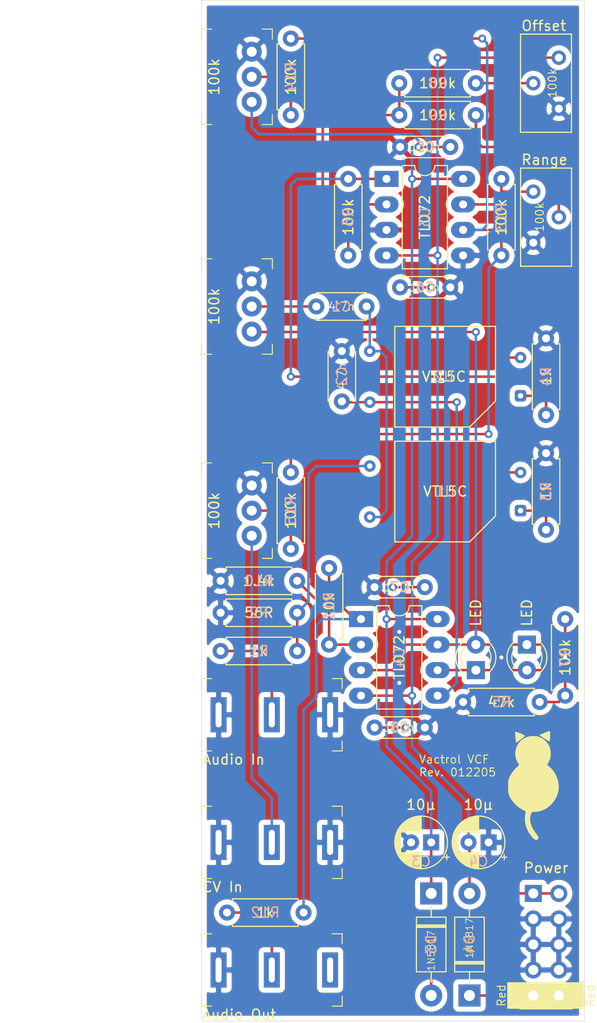
<source format=kicad_pcb>
(kicad_pcb (version 20171130) (host pcbnew "(5.1.10)-1")
  (layers (0 F.Cu signal) (31 B.Cu signal) (34 B.Paste user) (35 F.Paste user) (36 B.SilkS user) (37 F.SilkS user) (38 B.Mask user) (39 F.Mask user) (44 Edge.Cuts user))
  (net 0 "")
  (net 1 "Net-(C1-Pad2)")
  (net 2 "Net-(C1-Pad1)")
  (net 3 "Net-(C2-Pad2)")
  (net 4 GND)
  (net 5 +12V)
  (net 6 -12V)
  (net 7 "Net-(D1-Pad2)")
  (net 8 "Net-(D1-Pad1)")
  (net 9 "Net-(D3-Pad2)")
  (net 10 "Net-(D4-Pad1)")
  (net 11 "Net-(J1-PadT)")
  (net 12 "Net-(J2-PadT)")
  (net 13 "Net-(J4-PadT)")
  (net 14 "Net-(P2-PadW)")
  (net 15 "Net-(P3-PadW)")
  (net 16 "Net-(R1-Pad1)")
  (net 17 "Net-(R3-Pad2)")
  (net 18 "Net-(R4-Pad2)")
  (net 19 "Net-(R6-Pad2)")
  (net 20 "Net-(R6-Pad1)")
  (net 21 "Net-(R8-Pad1)")
  (net 22 "Net-(R9-Pad1)")
  (net 23 "Net-(R10-Pad2)")
  (net 24 "Net-(R11-Pad1)")
  (net 25 "Net-(R13-Pad2)")
  (net 26 "Net-(R13-Pad1)")
  (module "CATs_Eurosynth_Specials:CATs Tiny" (layer F.Cu) (at 33.02 78.105)
    (fp_text reference G*** hide)
    (fp_text value LOGO hide)
  )
  (module Package_DIP:DIP-8_W7.62mm_LongPads (layer F.Cu) (at 15.875 61.595)
    (fp_text reference U4 (at 3.81 3.81 90) (layer B.SilkS) (effects (justify mirror)))
    (fp_text value TL072 (at 3.81 3.81 90) (layer F.SilkS))
    (pad 8 thru_hole oval (at 7.62 0) (size 2.4 1.6) (drill 0.8) (layers *.Cu *.Mask) (net 5 +12V))
    (pad 4 thru_hole oval (at 0 7.62) (size 2.4 1.6) (drill 0.8) (layers *.Cu *.Mask) (net 6 -12V))
    (pad 7 thru_hole oval (at 7.62 2.54) (size 2.4 1.6) (drill 0.8) (layers *.Cu *.Mask) (net 7 "Net-(D1-Pad2)"))
    (pad 3 thru_hole oval (at 0 5.08) (size 2.4 1.6) (drill 0.8) (layers *.Cu *.Mask) (net 7 "Net-(D1-Pad2)"))
    (pad 6 thru_hole oval (at 7.62 5.08) (size 2.4 1.6) (drill 0.8) (layers *.Cu *.Mask) (net 8 "Net-(D1-Pad1)"))
    (pad 2 thru_hole oval (at 0 2.54) (size 2.4 1.6) (drill 0.8) (layers *.Cu *.Mask) (net 23 "Net-(R10-Pad2)"))
    (pad 5 thru_hole oval (at 7.62 7.62) (size 2.4 1.6) (drill 0.8) (layers *.Cu *.Mask) (net 3 "Net-(C2-Pad2)"))
    (pad 1 thru_hole rect (at 0 0) (size 2.4 1.6) (drill 0.8) (layers *.Cu *.Mask) (net 24 "Net-(R11-Pad1)"))
  )
  (module Package_DIP:DIP-8_W7.62mm_LongPads (layer F.Cu) (at 18.415 17.78)
    (fp_text reference U3 (at 3.81 3.81 90) (layer B.SilkS) (effects (justify mirror)))
    (fp_text value TL072 (at 3.81 3.81 90) (layer F.SilkS))
    (pad 8 thru_hole oval (at 7.62 0) (size 2.4 1.6) (drill 0.8) (layers *.Cu *.Mask) (net 5 +12V))
    (pad 4 thru_hole oval (at 0 7.62) (size 2.4 1.6) (drill 0.8) (layers *.Cu *.Mask) (net 6 -12V))
    (pad 7 thru_hole oval (at 7.62 2.54) (size 2.4 1.6) (drill 0.8) (layers *.Cu *.Mask) (net 25 "Net-(R13-Pad2)"))
    (pad 3 thru_hole oval (at 0 5.08) (size 2.4 1.6) (drill 0.8) (layers *.Cu *.Mask) (net 4 GND))
    (pad 6 thru_hole oval (at 7.62 5.08) (size 2.4 1.6) (drill 0.8) (layers *.Cu *.Mask) (net 26 "Net-(R13-Pad1)"))
    (pad 2 thru_hole oval (at 0 2.54) (size 2.4 1.6) (drill 0.8) (layers *.Cu *.Mask) (net 20 "Net-(R6-Pad1)"))
    (pad 5 thru_hole oval (at 7.62 7.62) (size 2.4 1.6) (drill 0.8) (layers *.Cu *.Mask) (net 4 GND))
    (pad 1 thru_hole rect (at 0 0) (size 2.4 1.6) (drill 0.8) (layers *.Cu *.Mask) (net 19 "Net-(R6-Pad2)"))
  )
  (module OptoDevice:PerkinElmer_VTL5C (layer F.Cu) (at 31.75 39.37 180)
    (fp_text reference U2 (at 7.62 1.905) (layer B.SilkS) (effects (justify mirror)))
    (fp_text value VTL5C (at 7.62 1.905) (layer F.SilkS))
    (pad 2 thru_hole circle (at 0 3.8 180) (size 1.15 1.15) (drill 0.55) (layers *.Cu *.Mask) (net 19 "Net-(R6-Pad2)"))
    (pad 4 thru_hole circle (at 15 4.44 180) (size 1.15 1.15) (drill 0.55) (layers *.Cu *.Mask) (net 1 "Net-(C1-Pad2)"))
    (pad 3 thru_hole circle (at 15 -0.64 180) (size 1.15 1.15) (drill 0.55) (layers *.Cu *.Mask) (net 3 "Net-(C2-Pad2)"))
    (pad 1 thru_hole roundrect (at 0 0 180) (size 1.15 1.15) (drill 0.55) (layers *.Cu *.Mask) (net 18 "Net-(R4-Pad2)"))
  )
  (module OptoDevice:PerkinElmer_VTL5C (layer F.Cu) (at 31.75 50.8 180)
    (fp_text reference U1 (at 7.5 1.905) (layer B.SilkS) (effects (justify mirror)))
    (fp_text value VTL5C (at 7.5 1.905) (layer F.SilkS))
    (pad 2 thru_hole circle (at 0 3.8 180) (size 1.15 1.15) (drill 0.55) (layers *.Cu *.Mask) (net 19 "Net-(R6-Pad2)"))
    (pad 4 thru_hole circle (at 15 4.44 180) (size 1.15 1.15) (drill 0.55) (layers *.Cu *.Mask) (net 16 "Net-(R1-Pad1)"))
    (pad 3 thru_hole circle (at 15 -0.64 180) (size 1.15 1.15) (drill 0.55) (layers *.Cu *.Mask) (net 1 "Net-(C1-Pad2)"))
    (pad 1 thru_hole roundrect (at 0 0 180) (size 1.15 1.15) (drill 0.55) (layers *.Cu *.Mask) (net 17 "Net-(R3-Pad2)"))
  )
  (module Potentiometer_THT:Potentiometer_Bourns_3296Y_Vertical (layer F.Cu) (at 33.02 19.05 90)
    (fp_text reference RV2 hide)
    (fp_text value 100k (at -2.54 0.635 90) (layer F.SilkS) (effects (font (size 0.8 0.8) (thickness 0.1))))
    (fp_text user Range (at 3.175 -1.27 180) (layer F.SilkS) (effects (justify left)))
    (pad 3 thru_hole circle (at -5.08 0 90) (size 1.44 1.44) (drill 0.8) (layers *.Cu *.Mask) (net 4 GND))
    (pad 2 thru_hole circle (at -2.54 2.54 90) (size 1.44 1.44) (drill 0.8) (layers *.Cu *.Mask) (net 22 "Net-(R9-Pad1)"))
    (pad 1 thru_hole circle (at 0 0 90) (size 1.44 1.44) (drill 0.8) (layers *.Cu *.Mask) (net 25 "Net-(R13-Pad2)"))
  )
  (module Potentiometer_THT:Potentiometer_Bourns_3296Y_Vertical (layer F.Cu) (at 35.56 10.795 270)
    (fp_text reference RV1 hide)
    (fp_text value 100k (at -2.54 0.635 90) (layer F.SilkS) (effects (font (size 0.8 0.8) (thickness 0.1))))
    (fp_text user Offset (at -8.255 3.81 180) (layer F.SilkS) (effects (justify left)))
    (pad 3 thru_hole circle (at -5.08 0 270) (size 1.44 1.44) (drill 0.8) (layers *.Cu *.Mask) (net 6 -12V))
    (pad 2 thru_hole circle (at -2.54 2.54 270) (size 1.44 1.44) (drill 0.8) (layers *.Cu *.Mask) (net 21 "Net-(R8-Pad1)"))
    (pad 1 thru_hole circle (at 0 0 270) (size 1.44 1.44) (drill 0.8) (layers *.Cu *.Mask) (net 4 GND))
  )
  (module Resistor_THT:R_Axial_DIN0207_L6.3mm_D2.5mm_P7.62mm_Horizontal (layer F.Cu) (at 8.89 54.61 90)
    (fp_text reference R15 (at 3.81 0 90) (layer B.SilkS) (effects (justify mirror)))
    (fp_text value 100k (at 3.81 0 90) (layer F.SilkS))
    (pad 2 thru_hole oval (at 7.62 0 90) (size 1.6 1.6) (drill 0.8) (layers *.Cu *.Mask) (net 26 "Net-(R13-Pad1)"))
    (pad 1 thru_hole circle (at 0 0 90) (size 1.6 1.6) (drill 0.8) (layers *.Cu *.Mask) (net 15 "Net-(P3-PadW)"))
  )
  (module Resistor_THT:R_Axial_DIN0207_L6.3mm_D2.5mm_P7.62mm_Horizontal (layer F.Cu) (at 8.89 11.43 90)
    (fp_text reference R14 (at 3.81 0 90) (layer B.SilkS) (effects (justify mirror)))
    (fp_text value 100k (at 3.81 0 90) (layer F.SilkS))
    (pad 2 thru_hole oval (at 7.62 0 90) (size 1.6 1.6) (drill 0.8) (layers *.Cu *.Mask) (net 26 "Net-(R13-Pad1)"))
    (pad 1 thru_hole circle (at 0 0 90) (size 1.6 1.6) (drill 0.8) (layers *.Cu *.Mask) (net 14 "Net-(P2-PadW)"))
  )
  (module Resistor_THT:R_Axial_DIN0207_L6.3mm_D2.5mm_P7.62mm_Horizontal (layer F.Cu) (at 29.845 25.4 90)
    (fp_text reference R13 (at 3.81 0 90) (layer B.SilkS) (effects (justify mirror)))
    (fp_text value 100k (at 3.81 0 90) (layer F.SilkS))
    (pad 2 thru_hole oval (at 7.62 0 90) (size 1.6 1.6) (drill 0.8) (layers *.Cu *.Mask) (net 25 "Net-(R13-Pad2)"))
    (pad 1 thru_hole circle (at 0 0 90) (size 1.6 1.6) (drill 0.8) (layers *.Cu *.Mask) (net 26 "Net-(R13-Pad1)"))
  )
  (module Resistor_THT:R_Axial_DIN0207_L6.3mm_D2.5mm_P7.62mm_Horizontal (layer F.Cu) (at 2.54 90.805)
    (fp_text reference R12 (at 3.81 0) (layer B.SilkS) (effects (justify mirror)))
    (fp_text value 1k (at 3.81 0) (layer F.SilkS))
    (pad 2 thru_hole oval (at 7.62 0) (size 1.6 1.6) (drill 0.8) (layers *.Cu *.Mask) (net 24 "Net-(R11-Pad1)"))
    (pad 1 thru_hole circle (at 0 0) (size 1.6 1.6) (drill 0.8) (layers *.Cu *.Mask) (net 12 "Net-(J2-PadT)"))
  )
  (module Resistor_THT:R_Axial_DIN0207_L6.3mm_D2.5mm_P7.62mm_Horizontal (layer F.Cu) (at 12.7 56.515 270)
    (fp_text reference R11 (at 3.81 0 90) (layer B.SilkS) (effects (justify mirror)))
    (fp_text value 10k (at 3.81 0 90) (layer F.SilkS))
    (pad 2 thru_hole oval (at 7.62 0 270) (size 1.6 1.6) (drill 0.8) (layers *.Cu *.Mask) (net 23 "Net-(R10-Pad2)"))
    (pad 1 thru_hole circle (at 0 0 270) (size 1.6 1.6) (drill 0.8) (layers *.Cu *.Mask) (net 24 "Net-(R11-Pad1)"))
  )
  (module Resistor_THT:R_Axial_DIN0207_L6.3mm_D2.5mm_P7.62mm_Horizontal (layer F.Cu) (at 1.905 57.785)
    (fp_text reference R10 (at 3.81 0) (layer B.SilkS) (effects (justify mirror)))
    (fp_text value 1.4k (at 3.81 0) (layer F.SilkS))
    (pad 2 thru_hole oval (at 7.62 0) (size 1.6 1.6) (drill 0.8) (layers *.Cu *.Mask) (net 23 "Net-(R10-Pad2)"))
    (pad 1 thru_hole circle (at 0 0) (size 1.6 1.6) (drill 0.8) (layers *.Cu *.Mask) (net 4 GND))
  )
  (module Resistor_THT:R_Axial_DIN0207_L6.3mm_D2.5mm_P7.62mm_Horizontal (layer F.Cu) (at 27.305 11.43 180)
    (fp_text reference R9 (at 3.81 0) (layer B.SilkS) (effects (justify mirror)))
    (fp_text value 100k (at 3.81 0) (layer F.SilkS))
    (pad 2 thru_hole oval (at 7.62 0 180) (size 1.6 1.6) (drill 0.8) (layers *.Cu *.Mask) (net 20 "Net-(R6-Pad1)"))
    (pad 1 thru_hole circle (at 0 0 180) (size 1.6 1.6) (drill 0.8) (layers *.Cu *.Mask) (net 22 "Net-(R9-Pad1)"))
  )
  (module Resistor_THT:R_Axial_DIN0207_L6.3mm_D2.5mm_P7.62mm_Horizontal (layer F.Cu) (at 27.305 8.255 180)
    (fp_text reference R8 (at 3.81 0) (layer B.SilkS) (effects (justify mirror)))
    (fp_text value 100k (at 3.81 0) (layer F.SilkS))
    (pad 2 thru_hole oval (at 7.62 0 180) (size 1.6 1.6) (drill 0.8) (layers *.Cu *.Mask) (net 20 "Net-(R6-Pad1)"))
    (pad 1 thru_hole circle (at 0 0 180) (size 1.6 1.6) (drill 0.8) (layers *.Cu *.Mask) (net 21 "Net-(R8-Pad1)"))
  )
  (module Resistor_THT:R_Axial_DIN0207_L6.3mm_D2.5mm_P7.62mm_Horizontal (layer F.Cu) (at 36.195 61.595 270)
    (fp_text reference R7 (at 3.81 0 90) (layer B.SilkS) (effects (justify mirror)))
    (fp_text value 100k (at 3.81 0 90) (layer F.SilkS))
    (pad 2 thru_hole oval (at 7.62 0 270) (size 1.6 1.6) (drill 0.8) (layers *.Cu *.Mask) (net 8 "Net-(D1-Pad1)"))
    (pad 1 thru_hole circle (at 0 0 270) (size 1.6 1.6) (drill 0.8) (layers *.Cu *.Mask) (net 7 "Net-(D1-Pad2)"))
  )
  (module Resistor_THT:R_Axial_DIN0207_L6.3mm_D2.5mm_P7.62mm_Horizontal (layer F.Cu) (at 14.605 25.4 90)
    (fp_text reference R6 (at 3.81 0 90) (layer B.SilkS) (effects (justify mirror)))
    (fp_text value 100k (at 3.81 0 90) (layer F.SilkS))
    (pad 2 thru_hole oval (at 7.62 0 90) (size 1.6 1.6) (drill 0.8) (layers *.Cu *.Mask) (net 19 "Net-(R6-Pad2)"))
    (pad 1 thru_hole circle (at 0 0 90) (size 1.6 1.6) (drill 0.8) (layers *.Cu *.Mask) (net 20 "Net-(R6-Pad1)"))
  )
  (module Resistor_THT:R_Axial_DIN0207_L6.3mm_D2.5mm_P7.62mm_Horizontal (layer F.Cu) (at 26.035 69.85)
    (fp_text reference R5 (at 3.81 0) (layer B.SilkS) (effects (justify mirror)))
    (fp_text value 47k (at 3.81 0) (layer F.SilkS))
    (pad 2 thru_hole oval (at 7.62 0) (size 1.6 1.6) (drill 0.8) (layers *.Cu *.Mask) (net 8 "Net-(D1-Pad1)"))
    (pad 1 thru_hole circle (at 0 0) (size 1.6 1.6) (drill 0.8) (layers *.Cu *.Mask) (net 4 GND))
  )
  (module Resistor_THT:R_Axial_DIN0207_L6.3mm_D2.5mm_P7.62mm_Horizontal (layer F.Cu) (at 34.29 33.655 270)
    (fp_text reference R4 (at 3.81 0 90) (layer B.SilkS) (effects (justify mirror)))
    (fp_text value 1k (at 3.81 0 90) (layer F.SilkS))
    (pad 2 thru_hole oval (at 7.62 0 270) (size 1.6 1.6) (drill 0.8) (layers *.Cu *.Mask) (net 18 "Net-(R4-Pad2)"))
    (pad 1 thru_hole circle (at 0 0 270) (size 1.6 1.6) (drill 0.8) (layers *.Cu *.Mask) (net 4 GND))
  )
  (module Resistor_THT:R_Axial_DIN0207_L6.3mm_D2.5mm_P7.62mm_Horizontal (layer F.Cu) (at 34.29 45.085 270)
    (fp_text reference R3 (at 3.81 0 90) (layer B.SilkS) (effects (justify mirror)))
    (fp_text value 1k (at 3.81 0 90) (layer F.SilkS))
    (pad 2 thru_hole oval (at 7.62 0 270) (size 1.6 1.6) (drill 0.8) (layers *.Cu *.Mask) (net 17 "Net-(R3-Pad2)"))
    (pad 1 thru_hole circle (at 0 0 270) (size 1.6 1.6) (drill 0.8) (layers *.Cu *.Mask) (net 4 GND))
  )
  (module Resistor_THT:R_Axial_DIN0207_L6.3mm_D2.5mm_P7.62mm_Horizontal (layer F.Cu) (at 9.525 60.96 180)
    (fp_text reference R2 (at 3.81 0) (layer B.SilkS) (effects (justify mirror)))
    (fp_text value 56R (at 3.81 0) (layer F.SilkS))
    (pad 2 thru_hole oval (at 7.62 0 180) (size 1.6 1.6) (drill 0.8) (layers *.Cu *.Mask) (net 4 GND))
    (pad 1 thru_hole circle (at 0 0 180) (size 1.6 1.6) (drill 0.8) (layers *.Cu *.Mask) (net 16 "Net-(R1-Pad1)"))
  )
  (module Resistor_THT:R_Axial_DIN0207_L6.3mm_D2.5mm_P7.62mm_Horizontal (layer F.Cu) (at 9.525 64.77 180)
    (fp_text reference R1 (at 3.81 0) (layer B.SilkS) (effects (justify mirror)))
    (fp_text value 1k (at 3.81 0) (layer F.SilkS))
    (pad 2 thru_hole oval (at 7.62 0 180) (size 1.6 1.6) (drill 0.8) (layers *.Cu *.Mask) (net 11 "Net-(J1-PadT)"))
    (pad 1 thru_hole circle (at 0 0 180) (size 1.6 1.6) (drill 0.8) (layers *.Cu *.Mask) (net 16 "Net-(R1-Pad1)"))
  )
  (module Potentiometer_THT_Additional:Potentiometer_AlpsAlpine_RK0971110 (layer F.Cu) (at 0 50.8 270)
    (fp_text reference P3 hide)
    (fp_text value 100k (at 0 -1.27 90) (layer F.SilkS))
    (pad CW thru_hole circle (at 2.5 -5 270) (size 2 2) (drill 1) (layers *.Cu *.Mask) (net 13 "Net-(J4-PadT)"))
    (pad W thru_hole circle (at 0 -5 270) (size 2 2) (drill 1) (layers *.Cu *.Mask) (net 15 "Net-(P3-PadW)"))
    (pad CCW thru_hole circle (at -2.5 -5 270) (size 2 2) (drill 1) (layers *.Cu *.Mask) (net 4 GND))
  )
  (module Potentiometer_THT_Additional:Potentiometer_AlpsAlpine_RK0971110 (layer F.Cu) (at 0 7.62 270)
    (fp_text reference P2 hide)
    (fp_text value 100k (at 0 -1.27 90) (layer F.SilkS))
    (pad CW thru_hole circle (at 2.5 -5 270) (size 2 2) (drill 1) (layers *.Cu *.Mask) (net 5 +12V))
    (pad W thru_hole circle (at 0 -5 270) (size 2 2) (drill 1) (layers *.Cu *.Mask) (net 14 "Net-(P2-PadW)"))
    (pad CCW thru_hole circle (at -2.5 -5 270) (size 2 2) (drill 1) (layers *.Cu *.Mask) (net 4 GND))
  )
  (module Potentiometer_THT_Additional:Potentiometer_AlpsAlpine_RK0971110 (layer F.Cu) (at 0 30.48 270)
    (fp_text reference P1 hide)
    (fp_text value 100k (at 0 -1.27 90) (layer F.SilkS))
    (pad CW thru_hole circle (at 2.5 -5 270) (size 2 2) (drill 1) (layers *.Cu *.Mask) (net 7 "Net-(D1-Pad2)"))
    (pad W thru_hole circle (at 0 -5 270) (size 2 2) (drill 1) (layers *.Cu *.Mask) (net 2 "Net-(C1-Pad1)"))
    (pad CCW thru_hole circle (at -2.5 -5 270) (size 2 2) (drill 1) (layers *.Cu *.Mask) (net 4 GND))
  )
  (module Connector_Audio_QingPu:Jack_3.5mm_QingPu_WQP-PJ323M (layer F.Cu) (at 0 83.82)
    (fp_text reference J4 hide)
    (fp_text value "CV In" (at 0 4.445) (layer F.SilkS) (effects (justify left)))
    (pad TN thru_hole rect (at 12.8 0) (size 1.6 3.5) (drill oval 0.6 2.5) (layers *.Cu *.Mask) (net 4 GND))
    (pad T thru_hole rect (at 7 0) (size 1.6 3.5) (drill oval 0.6 2.5) (layers *.Cu *.Mask) (net 13 "Net-(J4-PadT)"))
    (pad S thru_hole rect (at 1.7 0) (size 1.6 3.5) (drill oval 0.6 2.5) (layers *.Cu *.Mask) (net 4 GND))
  )
  (module CATs_Eurosynth_Specials:Power_2x5_Vertical (layer F.Cu) (at 33.02 88.9)
    (fp_text reference J3 hide)
    (fp_text value Power (at 1.27 -2.54) (layer F.SilkS))
    (fp_text user Red (at -3.175 10.16 90) (layer F.SilkS) (effects (font (size 0.8 0.8) (thickness 0.1))))
    (fp_text user Red (at 5.715 10.16 90) (layer F.SilkS) (effects (font (size 0.8 0.8) (thickness 0.1))))
    (pad -12V thru_hole oval (at 2.54 10.16) (size 1.7 1.7) (drill 1) (layers *.Cu *.Mask) (net 10 "Net-(D4-Pad1)"))
    (pad -12V thru_hole oval (at 0 10.16) (size 1.7 1.7) (drill 1) (layers *.Cu *.Mask) (net 10 "Net-(D4-Pad1)"))
    (pad GND thru_hole oval (at 2.54 7.62) (size 1.7 1.7) (drill 1) (layers *.Cu *.Mask) (net 4 GND))
    (pad GND thru_hole oval (at 0 7.62) (size 1.7 1.7) (drill 1) (layers *.Cu *.Mask) (net 4 GND))
    (pad GND thru_hole oval (at 2.54 5.08) (size 1.7 1.7) (drill 1) (layers *.Cu *.Mask) (net 4 GND))
    (pad GND thru_hole oval (at 0 5.08) (size 1.7 1.7) (drill 1) (layers *.Cu *.Mask) (net 4 GND))
    (pad GND thru_hole oval (at 2.54 2.54) (size 1.7 1.7) (drill 1) (layers *.Cu *.Mask) (net 4 GND))
    (pad GND thru_hole oval (at 0 2.54) (size 1.7 1.7) (drill 1) (layers *.Cu *.Mask) (net 4 GND))
    (pad +12V thru_hole oval (at 2.54 0) (size 1.7 1.7) (drill 1) (layers *.Cu *.Mask) (net 9 "Net-(D3-Pad2)"))
    (pad +12V thru_hole rect (at 0 0) (size 1.7 1.7) (drill 1) (layers *.Cu *.Mask) (net 9 "Net-(D3-Pad2)"))
  )
  (module Connector_Audio_QingPu:Jack_3.5mm_QingPu_WQP-PJ323M (layer F.Cu) (at 0 96.52)
    (fp_text reference J2 hide)
    (fp_text value "Audio Out" (at 0 4.445) (layer F.SilkS) (effects (justify left)))
    (pad TN thru_hole rect (at 12.8 0) (size 1.6 3.5) (drill oval 0.6 2.5) (layers *.Cu *.Mask))
    (pad T thru_hole rect (at 7 0) (size 1.6 3.5) (drill oval 0.6 2.5) (layers *.Cu *.Mask) (net 12 "Net-(J2-PadT)"))
    (pad S thru_hole rect (at 1.7 0) (size 1.6 3.5) (drill oval 0.6 2.5) (layers *.Cu *.Mask) (net 4 GND))
  )
  (module Connector_Audio_QingPu:Jack_3.5mm_QingPu_WQP-PJ323M (layer F.Cu) (at 0 71.12)
    (fp_text reference J1 hide)
    (fp_text value "Audio In" (at 0 4.445) (layer F.SilkS) (effects (justify left)))
    (pad TN thru_hole rect (at 12.8 0) (size 1.6 3.5) (drill oval 0.6 2.5) (layers *.Cu *.Mask) (net 4 GND))
    (pad T thru_hole rect (at 7 0) (size 1.6 3.5) (drill oval 0.6 2.5) (layers *.Cu *.Mask) (net 11 "Net-(J1-PadT)"))
    (pad S thru_hole rect (at 1.7 0) (size 1.6 3.5) (drill oval 0.6 2.5) (layers *.Cu *.Mask) (net 4 GND))
  )
  (module Diode_THT:D_DO-41_SOD81_P10.16mm_Horizontal (layer F.Cu) (at 26.67 99.06 90)
    (fp_text reference D4 (at 5.08 0 90) (layer B.SilkS) (effects (justify mirror)))
    (fp_text value 1N5817 (at 5.715 0 90) (layer F.SilkS) (effects (font (size 0.7 0.7) (thickness 0.08))))
    (pad 2 thru_hole oval (at 10.16 0 90) (size 2.2 2.2) (drill 1.1) (layers *.Cu *.Mask) (net 6 -12V))
    (pad 1 thru_hole rect (at 0 0 90) (size 2.2 2.2) (drill 1.1) (layers *.Cu *.Mask) (net 10 "Net-(D4-Pad1)"))
  )
  (module Diode_THT:D_DO-41_SOD81_P10.16mm_Horizontal (layer F.Cu) (at 22.86 88.9 270)
    (fp_text reference D3 (at 5.08 0 90) (layer B.SilkS) (effects (justify mirror)))
    (fp_text value 1N5817 (at 5.715 0 90) (layer F.SilkS) (effects (font (size 0.7 0.7) (thickness 0.08))))
    (pad 2 thru_hole oval (at 10.16 0 270) (size 2.2 2.2) (drill 1.1) (layers *.Cu *.Mask) (net 9 "Net-(D3-Pad2)"))
    (pad 1 thru_hole rect (at 0 0 270) (size 2.2 2.2) (drill 1.1) (layers *.Cu *.Mask) (net 5 +12V))
  )
  (module LED_THT:LED_D3.0mm (layer F.Cu) (at 32.385 64.135 270)
    (fp_text reference D2 hide)
    (fp_text value LED (at -3.175 0 90) (layer F.SilkS))
    (pad 2 thru_hole circle (at 2.54 0 270) (size 1.8 1.8) (drill 0.9) (layers *.Cu *.Mask) (net 8 "Net-(D1-Pad1)"))
    (pad 1 thru_hole rect (at 0 0 270) (size 1.8 1.8) (drill 0.9) (layers *.Cu *.Mask) (net 7 "Net-(D1-Pad2)"))
  )
  (module LED_THT:LED_D3.0mm (layer F.Cu) (at 27.305 66.675 90)
    (fp_text reference D1 hide)
    (fp_text value LED (at 5.715 0 90) (layer F.SilkS))
    (pad 2 thru_hole circle (at 2.54 0 90) (size 1.8 1.8) (drill 0.9) (layers *.Cu *.Mask) (net 7 "Net-(D1-Pad2)"))
    (pad 1 thru_hole rect (at 0 0 90) (size 1.8 1.8) (drill 0.9) (layers *.Cu *.Mask) (net 8 "Net-(D1-Pad1)"))
  )
  (module Capacitor_THT:C_Disc_D4.3mm_W1.9mm_P5.00mm (layer F.Cu) (at 22.225 72.39 180)
    (fp_text reference C8 (at 2.5 0) (layer B.SilkS) (effects (justify mirror)))
    (fp_text value 100n (at 2.54 0) (layer F.SilkS) (effects (font (size 0.8 0.8) (thickness 0.1))))
    (pad 2 thru_hole circle (at 5 0 180) (size 1.6 1.6) (drill 0.8) (layers *.Cu *.Mask) (net 6 -12V))
    (pad 1 thru_hole circle (at 0 0 180) (size 1.6 1.6) (drill 0.8) (layers *.Cu *.Mask) (net 4 GND))
  )
  (module Capacitor_THT:C_Disc_D4.3mm_W1.9mm_P5.00mm (layer F.Cu) (at 22.225 58.42 180)
    (fp_text reference C7 (at 2.5 0) (layer B.SilkS) (effects (justify mirror)))
    (fp_text value 100n (at 2.54 0) (layer F.SilkS) (effects (font (size 0.8 0.8) (thickness 0.1))))
    (pad 2 thru_hole circle (at 5 0 180) (size 1.6 1.6) (drill 0.8) (layers *.Cu *.Mask) (net 4 GND))
    (pad 1 thru_hole circle (at 0 0 180) (size 1.6 1.6) (drill 0.8) (layers *.Cu *.Mask) (net 5 +12V))
  )
  (module Capacitor_THT:C_Disc_D4.3mm_W1.9mm_P5.00mm (layer F.Cu) (at 24.765 28.575 180)
    (fp_text reference C6 (at 2.5 0) (layer B.SilkS) (effects (justify mirror)))
    (fp_text value 100n (at 2.54 0) (layer F.SilkS) (effects (font (size 0.8 0.8) (thickness 0.1))))
    (pad 2 thru_hole circle (at 5 0 180) (size 1.6 1.6) (drill 0.8) (layers *.Cu *.Mask) (net 6 -12V))
    (pad 1 thru_hole circle (at 0 0 180) (size 1.6 1.6) (drill 0.8) (layers *.Cu *.Mask) (net 4 GND))
  )
  (module Capacitor_THT:C_Disc_D4.3mm_W1.9mm_P5.00mm (layer F.Cu) (at 24.765 14.605 180)
    (fp_text reference C5 (at 2.5 0) (layer B.SilkS) (effects (justify mirror)))
    (fp_text value 100n (at 2.5 0) (layer F.SilkS) (effects (font (size 0.8 0.8) (thickness 0.1))))
    (pad 2 thru_hole circle (at 5 0 180) (size 1.6 1.6) (drill 0.8) (layers *.Cu *.Mask) (net 4 GND))
    (pad 1 thru_hole circle (at 0 0 180) (size 1.6 1.6) (drill 0.8) (layers *.Cu *.Mask) (net 5 +12V))
  )
  (module Capacitor_THT:CP_Radial_D5.0mm_P2.00mm (layer F.Cu) (at 28.575 83.82 180)
    (fp_text reference C4 (at 1 -1.905) (layer B.SilkS) (effects (justify mirror)))
    (fp_text value 10µ (at 1 3.75) (layer F.SilkS))
    (pad 2 thru_hole circle (at 2 0 180) (size 1.6 1.6) (drill 0.8) (layers *.Cu *.Mask) (net 6 -12V))
    (pad 1 thru_hole rect (at 0 0 180) (size 1.6 1.6) (drill 0.8) (layers *.Cu *.Mask) (net 4 GND))
  )
  (module Capacitor_THT:CP_Radial_D5.0mm_P2.00mm (layer F.Cu) (at 22.86 83.82 180)
    (fp_text reference C3 (at 1 -1.905) (layer B.SilkS) (effects (justify mirror)))
    (fp_text value 10µ (at 1 3.75) (layer F.SilkS))
    (pad 2 thru_hole circle (at 2 0 180) (size 1.6 1.6) (drill 0.8) (layers *.Cu *.Mask) (net 4 GND))
    (pad 1 thru_hole rect (at 0 0 180) (size 1.6 1.6) (drill 0.8) (layers *.Cu *.Mask) (net 5 +12V))
  )
  (module Capacitor_THT:C_Disc_D4.7mm_W2.5mm_P5.00mm (layer F.Cu) (at 13.97 34.925 270)
    (fp_text reference C2 (at 2.5 0 90) (layer B.SilkS) (effects (justify mirror)))
    (fp_text value 4.7n (at 2.5 0 90) (layer F.SilkS) (effects (font (size 0.8 0.8) (thickness 0.1))))
    (pad 2 thru_hole circle (at 5 0 270) (size 1.6 1.6) (drill 0.8) (layers *.Cu *.Mask) (net 3 "Net-(C2-Pad2)"))
    (pad 1 thru_hole circle (at 0 0 270) (size 1.6 1.6) (drill 0.8) (layers *.Cu *.Mask) (net 4 GND))
  )
  (module Capacitor_THT:C_Disc_D4.7mm_W2.5mm_P5.00mm (layer F.Cu) (at 11.43 30.48)
    (fp_text reference C1 (at 2.5 0) (layer B.SilkS) (effects (justify mirror)))
    (fp_text value 4.7n (at 2.5 0) (layer F.SilkS) (effects (font (size 0.8 0.8) (thickness 0.1))))
    (pad 2 thru_hole circle (at 5 0) (size 1.6 1.6) (drill 0.8) (layers *.Cu *.Mask) (net 1 "Net-(C1-Pad2)"))
    (pad 1 thru_hole circle (at 0 0) (size 1.6 1.6) (drill 0.8) (layers *.Cu *.Mask) (net 2 "Net-(C1-Pad1)"))
  )
  (gr_text "Vactrol VCF\nRev. 012205" (at 21.59 76.2) (layer F.SilkS) (effects (font (size 0.8 0.8) (thickness 0.1)) (justify left)))
  (gr_line (start 0 101.6) (end 0 0) (layer Edge.Cuts) (width 0.05))
  (gr_line (start 38.1 101.6) (end 0 101.6) (layer Edge.Cuts) (width 0.05))
  (gr_line (start 38.1 0) (end 38.1 101.6) (layer Edge.Cuts) (width 0.05))
  (gr_line (start 0 0) (end 38.1 0) (layer Edge.Cuts) (width 0.05))
  (segment (start 16.75 51.44) (end 17.775 51.44) (width 0.25) (layer B.Cu) (net 1))
  (segment (start 17.775 51.44) (end 18.415 50.8) (width 0.25) (layer B.Cu) (net 1))
  (segment (start 18.415 50.8) (end 18.415 35.56) (width 0.25) (layer B.Cu) (net 1))
  (segment (start 17.785 34.93) (end 16.75 34.93) (width 0.25) (layer B.Cu) (net 1))
  (segment (start 18.415 35.56) (end 17.785 34.93) (width 0.25) (layer B.Cu) (net 1))
  (segment (start 16.75 30.8) (end 16.43 30.48) (width 0.25) (layer B.Cu) (net 1))
  (segment (start 16.75 34.93) (end 16.75 30.8) (width 0.25) (layer B.Cu) (net 1))
  (segment (start 5 30.48) (end 11.43 30.48) (width 0.25) (layer F.Cu) (net 2))
  (segment (start 25.4 67.945) (end 25.4 40.005) (width 0.25) (layer B.Cu) (net 3))
  (segment (start 24.13 69.215) (end 25.4 67.945) (width 0.25) (layer B.Cu) (net 3))
  (segment (start 23.495 69.215) (end 24.13 69.215) (width 0.25) (layer B.Cu) (net 3))
  (segment (start 25.4 40.005) (end 25.4 40.005) (width 0.25) (layer B.Cu) (net 3))
  (via (at 25.4 40.005) (size 0.8) (drill 0.4) (layers F.Cu B.Cu) (net 3))
  (segment (start 16.755 40.005) (end 16.75 40.01) (width 0.25) (layer F.Cu) (net 3))
  (segment (start 25.4 40.005) (end 16.755 40.005) (width 0.25) (layer F.Cu) (net 3))
  (segment (start 14.055 40.01) (end 13.97 39.925) (width 0.25) (layer F.Cu) (net 3))
  (segment (start 16.75 40.01) (end 14.055 40.01) (width 0.25) (layer F.Cu) (net 3))
  (via (at 19.685 67.945) (size 0.8) (drill 0.4) (layers F.Cu B.Cu) (net 4))
  (via (at 19.685 62.865) (size 0.8) (drill 0.4) (layers F.Cu B.Cu) (net 4))
  (via (at 36.195 65.405) (size 0.8) (drill 0.4) (layers F.Cu B.Cu) (net 4))
  (via (at 29.845 65.405) (size 0.8) (drill 0.4) (layers F.Cu B.Cu) (net 4))
  (via (at 21.59 14.605) (size 0.8) (drill 0.4) (layers F.Cu B.Cu) (net 5))
  (via (at 19.05 58.42) (size 0.8) (drill 0.4) (layers F.Cu B.Cu) (net 5))
  (segment (start 18.415 74.295) (end 18.415 61.595) (width 0.25) (layer B.Cu) (net 5))
  (via (at 18.415 61.595) (size 0.8) (drill 0.4) (layers F.Cu B.Cu) (net 5))
  (segment (start 18.415 61.595) (end 23.495 61.595) (width 0.25) (layer F.Cu) (net 5))
  (segment (start 19.05 58.42) (end 18.415 58.42) (width 0.25) (layer B.Cu) (net 5))
  (segment (start 18.415 58.42) (end 18.415 57.15) (width 0.25) (layer B.Cu) (net 5))
  (segment (start 18.415 61.595) (end 18.415 58.42) (width 0.25) (layer B.Cu) (net 5))
  (segment (start 19.05 58.42) (end 22.225 58.42) (width 0.25) (layer F.Cu) (net 5))
  (segment (start 22.86 88.9) (end 22.86 83.82) (width 0.25) (layer F.Cu) (net 5))
  (segment (start 22.86 83.82) (end 22.86 78.74) (width 0.25) (layer B.Cu) (net 5))
  (segment (start 22.86 78.74) (end 18.415 74.295) (width 0.25) (layer B.Cu) (net 5))
  (segment (start 18.415 57.15) (end 18.415 55.88) (width 0.25) (layer B.Cu) (net 5))
  (segment (start 18.415 55.88) (end 20.955 53.34) (width 0.25) (layer B.Cu) (net 5))
  (segment (start 20.955 53.34) (end 20.955 17.78) (width 0.25) (layer B.Cu) (net 5))
  (segment (start 20.955 17.78) (end 20.955 14.605) (width 0.25) (layer B.Cu) (net 5))
  (via (at 20.955 17.78) (size 0.8) (drill 0.4) (layers F.Cu B.Cu) (net 5))
  (segment (start 20.955 17.78) (end 26.035 17.78) (width 0.25) (layer F.Cu) (net 5))
  (segment (start 21.59 14.605) (end 24.765 14.605) (width 0.25) (layer F.Cu) (net 5))
  (segment (start 20.955 14.605) (end 21.59 14.605) (width 0.25) (layer B.Cu) (net 5))
  (segment (start 21.59 14.605) (end 21.59 13.97) (width 0.25) (layer B.Cu) (net 5))
  (segment (start 21.59 13.97) (end 20.955 13.335) (width 0.25) (layer B.Cu) (net 5))
  (segment (start 20.955 13.335) (end 5.715 13.335) (width 0.25) (layer B.Cu) (net 5))
  (segment (start 5 12.62) (end 5 10.12) (width 0.25) (layer B.Cu) (net 5))
  (segment (start 5.715 13.335) (end 5 12.62) (width 0.25) (layer B.Cu) (net 5))
  (via (at 22.86 28.575) (size 0.8) (drill 0.4) (layers F.Cu B.Cu) (net 6))
  (via (at 20.32 72.39) (size 0.8) (drill 0.4) (layers F.Cu B.Cu) (net 6))
  (segment (start 20.32 72.39) (end 20.955 72.39) (width 0.25) (layer B.Cu) (net 6))
  (segment (start 20.955 72.39) (end 20.955 74.295) (width 0.25) (layer B.Cu) (net 6))
  (segment (start 20.955 57.15) (end 20.955 69.215) (width 0.25) (layer B.Cu) (net 6))
  (segment (start 20.32 72.39) (end 17.225 72.39) (width 0.25) (layer F.Cu) (net 6))
  (segment (start 20.955 69.215) (end 20.955 72.39) (width 0.25) (layer B.Cu) (net 6))
  (via (at 20.955 69.215) (size 0.8) (drill 0.4) (layers F.Cu B.Cu) (net 6))
  (segment (start 20.955 69.215) (end 15.875 69.215) (width 0.25) (layer F.Cu) (net 6))
  (segment (start 26.67 83.915) (end 26.575 83.82) (width 0.25) (layer F.Cu) (net 6))
  (segment (start 26.67 88.9) (end 26.67 83.915) (width 0.25) (layer F.Cu) (net 6))
  (segment (start 26.575 79.915) (end 20.955 74.295) (width 0.25) (layer B.Cu) (net 6))
  (segment (start 26.575 83.82) (end 26.575 79.915) (width 0.25) (layer B.Cu) (net 6))
  (segment (start 20.955 57.15) (end 20.955 55.88) (width 0.25) (layer B.Cu) (net 6))
  (segment (start 20.955 55.88) (end 23.495 53.34) (width 0.25) (layer B.Cu) (net 6))
  (segment (start 22.86 28.575) (end 23.495 28.575) (width 0.25) (layer B.Cu) (net 6))
  (segment (start 23.495 28.575) (end 23.495 25.4) (width 0.25) (layer B.Cu) (net 6))
  (segment (start 23.495 53.34) (end 23.495 28.575) (width 0.25) (layer B.Cu) (net 6))
  (segment (start 22.86 28.575) (end 19.765 28.575) (width 0.25) (layer F.Cu) (net 6))
  (segment (start 23.495 25.4) (end 23.495 25.4) (width 0.25) (layer B.Cu) (net 6))
  (via (at 23.495 25.4) (size 0.8) (drill 0.4) (layers F.Cu B.Cu) (net 6))
  (segment (start 18.415 25.4) (end 23.495 25.4) (width 0.25) (layer F.Cu) (net 6))
  (segment (start 23.495 25.4) (end 23.495 5.715) (width 0.25) (layer B.Cu) (net 6))
  (segment (start 23.495 5.715) (end 23.495 5.715) (width 0.25) (layer B.Cu) (net 6))
  (via (at 23.495 5.715) (size 0.8) (drill 0.4) (layers F.Cu B.Cu) (net 6))
  (segment (start 23.495 5.715) (end 35.56 5.715) (width 0.25) (layer F.Cu) (net 6))
  (segment (start 23.495 64.135) (end 27.305 64.135) (width 0.25) (layer F.Cu) (net 7))
  (segment (start 27.305 64.135) (end 32.385 64.135) (width 0.25) (layer F.Cu) (net 7))
  (segment (start 32.385 64.135) (end 35.56 64.135) (width 0.25) (layer F.Cu) (net 7))
  (segment (start 36.195 63.5) (end 36.195 61.595) (width 0.25) (layer F.Cu) (net 7))
  (segment (start 35.56 64.135) (end 36.195 63.5) (width 0.25) (layer F.Cu) (net 7))
  (segment (start 15.875 66.675) (end 19.05 66.675) (width 0.25) (layer F.Cu) (net 7))
  (segment (start 19.05 66.675) (end 19.685 66.04) (width 0.25) (layer F.Cu) (net 7))
  (segment (start 19.685 66.04) (end 19.685 64.77) (width 0.25) (layer F.Cu) (net 7))
  (segment (start 20.32 64.135) (end 23.495 64.135) (width 0.25) (layer F.Cu) (net 7))
  (segment (start 19.685 64.77) (end 20.32 64.135) (width 0.25) (layer F.Cu) (net 7))
  (segment (start 27.305 64.135) (end 27.305 33.02) (width 0.25) (layer B.Cu) (net 7))
  (segment (start 27.305 33.02) (end 27.305 33.02) (width 0.25) (layer B.Cu) (net 7))
  (via (at 27.305 33.02) (size 0.8) (drill 0.4) (layers F.Cu B.Cu) (net 7))
  (segment (start 5.04 33.02) (end 5 32.98) (width 0.25) (layer F.Cu) (net 7))
  (segment (start 27.305 33.02) (end 5.04 33.02) (width 0.25) (layer F.Cu) (net 7))
  (segment (start 23.495 66.675) (end 27.305 66.675) (width 0.25) (layer F.Cu) (net 8))
  (segment (start 27.305 66.675) (end 32.385 66.675) (width 0.25) (layer F.Cu) (net 8))
  (segment (start 32.385 66.675) (end 35.56 66.675) (width 0.25) (layer F.Cu) (net 8))
  (segment (start 36.195 67.31) (end 36.195 69.215) (width 0.25) (layer F.Cu) (net 8))
  (segment (start 35.56 66.675) (end 36.195 67.31) (width 0.25) (layer F.Cu) (net 8))
  (segment (start 35.56 69.85) (end 36.195 69.215) (width 0.25) (layer F.Cu) (net 8))
  (segment (start 33.655 69.85) (end 35.56 69.85) (width 0.25) (layer F.Cu) (net 8))
  (segment (start 35.56 88.9) (end 33.02 88.9) (width 0.25) (layer F.Cu) (net 9))
  (segment (start 22.86 99.06) (end 22.86 94.615) (width 0.25) (layer F.Cu) (net 9))
  (segment (start 22.86 94.615) (end 23.495 93.98) (width 0.25) (layer F.Cu) (net 9))
  (segment (start 23.495 93.98) (end 29.21 93.98) (width 0.25) (layer F.Cu) (net 9))
  (segment (start 29.21 93.98) (end 29.845 93.345) (width 0.25) (layer F.Cu) (net 9))
  (segment (start 29.845 93.345) (end 29.845 89.535) (width 0.25) (layer F.Cu) (net 9))
  (segment (start 30.48 88.9) (end 33.02 88.9) (width 0.25) (layer F.Cu) (net 9))
  (segment (start 29.845 89.535) (end 30.48 88.9) (width 0.25) (layer F.Cu) (net 9))
  (segment (start 35.56 99.06) (end 33.02 99.06) (width 0.25) (layer F.Cu) (net 10))
  (segment (start 33.02 99.06) (end 26.67 99.06) (width 0.25) (layer F.Cu) (net 10))
  (segment (start 7 71.12) (end 7 65.42) (width 0.25) (layer F.Cu) (net 11))
  (segment (start 6.35 64.77) (end 1.905 64.77) (width 0.25) (layer F.Cu) (net 11))
  (segment (start 7 65.42) (end 6.35 64.77) (width 0.25) (layer F.Cu) (net 11))
  (segment (start 7 96.52) (end 7 91.455) (width 0.25) (layer F.Cu) (net 12))
  (segment (start 6.35 90.805) (end 2.54 90.805) (width 0.25) (layer F.Cu) (net 12))
  (segment (start 7 91.455) (end 6.35 90.805) (width 0.25) (layer F.Cu) (net 12))
  (segment (start 7 83.82) (end 7 79.39) (width 0.25) (layer B.Cu) (net 13))
  (segment (start 5 77.39) (end 5 53.3) (width 0.25) (layer B.Cu) (net 13))
  (segment (start 7 79.39) (end 5 77.39) (width 0.25) (layer B.Cu) (net 13))
  (segment (start 5 7.62) (end 8.255 7.62) (width 0.25) (layer F.Cu) (net 14))
  (segment (start 8.89 8.255) (end 8.89 11.43) (width 0.25) (layer F.Cu) (net 14))
  (segment (start 8.255 7.62) (end 8.89 8.255) (width 0.25) (layer F.Cu) (net 14))
  (segment (start 5 50.8) (end 8.255 50.8) (width 0.25) (layer F.Cu) (net 15))
  (segment (start 8.89 51.435) (end 8.89 54.61) (width 0.25) (layer F.Cu) (net 15))
  (segment (start 8.255 50.8) (end 8.89 51.435) (width 0.25) (layer F.Cu) (net 15))
  (segment (start 9.525 64.77) (end 9.525 60.96) (width 0.25) (layer F.Cu) (net 16))
  (segment (start 10.650001 59.834999) (end 10.650001 47.134999) (width 0.25) (layer B.Cu) (net 16))
  (segment (start 9.525 60.96) (end 10.650001 59.834999) (width 0.25) (layer B.Cu) (net 16))
  (segment (start 11.425 46.36) (end 16.75 46.36) (width 0.25) (layer B.Cu) (net 16))
  (segment (start 10.650001 47.134999) (end 11.425 46.36) (width 0.25) (layer B.Cu) (net 16))
  (segment (start 31.75 50.8) (end 33.655 50.8) (width 0.25) (layer F.Cu) (net 17))
  (segment (start 34.29 51.435) (end 34.29 52.705) (width 0.25) (layer F.Cu) (net 17))
  (segment (start 33.655 50.8) (end 34.29 51.435) (width 0.25) (layer F.Cu) (net 17))
  (segment (start 31.75 39.37) (end 33.655 39.37) (width 0.25) (layer F.Cu) (net 18))
  (segment (start 34.29 40.005) (end 34.29 41.275) (width 0.25) (layer F.Cu) (net 18))
  (segment (start 33.655 39.37) (end 34.29 40.005) (width 0.25) (layer F.Cu) (net 18))
  (segment (start 31.75 47) (end 30.49 47) (width 0.25) (layer F.Cu) (net 19))
  (segment (start 30.49 47) (end 29.845 46.355) (width 0.25) (layer F.Cu) (net 19))
  (segment (start 30.47 35.57) (end 31.75 35.57) (width 0.25) (layer F.Cu) (net 19))
  (segment (start 29.845 36.195) (end 30.47 35.57) (width 0.25) (layer F.Cu) (net 19))
  (segment (start 18.415 17.78) (end 14.605 17.78) (width 0.25) (layer F.Cu) (net 19))
  (segment (start 29.845 37.465) (end 8.89 37.465) (width 0.25) (layer F.Cu) (net 19))
  (segment (start 29.845 46.355) (end 29.845 37.465) (width 0.25) (layer F.Cu) (net 19))
  (segment (start 29.845 37.465) (end 29.845 36.195) (width 0.25) (layer F.Cu) (net 19))
  (segment (start 8.89 37.465) (end 8.89 37.465) (width 0.25) (layer F.Cu) (net 19))
  (via (at 8.89 37.465) (size 0.8) (drill 0.4) (layers F.Cu B.Cu) (net 19))
  (segment (start 8.89 37.465) (end 8.89 18.415) (width 0.25) (layer B.Cu) (net 19))
  (segment (start 9.525 17.78) (end 14.605 17.78) (width 0.25) (layer B.Cu) (net 19))
  (segment (start 8.89 18.415) (end 9.525 17.78) (width 0.25) (layer B.Cu) (net 19))
  (segment (start 18.415 20.32) (end 15.24 20.32) (width 0.25) (layer F.Cu) (net 20))
  (segment (start 14.605 20.955) (end 14.605 25.4) (width 0.25) (layer F.Cu) (net 20))
  (segment (start 15.24 20.32) (end 14.605 20.955) (width 0.25) (layer F.Cu) (net 20))
  (segment (start 19.685 8.255) (end 19.685 11.43) (width 0.25) (layer F.Cu) (net 20))
  (segment (start 12.065 12.065) (end 12.065 19.685) (width 0.25) (layer F.Cu) (net 20))
  (segment (start 12.7 11.43) (end 12.065 12.065) (width 0.25) (layer F.Cu) (net 20))
  (segment (start 19.685 11.43) (end 12.7 11.43) (width 0.25) (layer F.Cu) (net 20))
  (segment (start 12.065 19.685) (end 12.7 20.32) (width 0.25) (layer F.Cu) (net 20))
  (segment (start 12.7 20.32) (end 13.97 20.32) (width 0.25) (layer F.Cu) (net 20))
  (segment (start 13.97 20.32) (end 14.605 20.955) (width 0.25) (layer F.Cu) (net 20))
  (segment (start 27.305 8.255) (end 33.02 8.255) (width 0.25) (layer F.Cu) (net 21))
  (segment (start 35.56 21.59) (end 35.56 15.24) (width 0.25) (layer F.Cu) (net 22))
  (segment (start 35.56 15.24) (end 34.925 14.605) (width 0.25) (layer F.Cu) (net 22))
  (segment (start 34.925 14.605) (end 27.94 14.605) (width 0.25) (layer F.Cu) (net 22))
  (segment (start 27.305 13.97) (end 27.305 11.43) (width 0.25) (layer F.Cu) (net 22))
  (segment (start 27.94 14.605) (end 27.305 13.97) (width 0.25) (layer F.Cu) (net 22))
  (segment (start 15.875 64.135) (end 12.7 64.135) (width 0.25) (layer F.Cu) (net 23))
  (segment (start 12.7 60.96) (end 9.525 57.785) (width 0.25) (layer F.Cu) (net 23))
  (segment (start 12.7 64.135) (end 12.7 60.96) (width 0.25) (layer F.Cu) (net 23))
  (segment (start 15.875 61.595) (end 15.24 61.595) (width 0.25) (layer F.Cu) (net 24))
  (segment (start 12.7 59.055) (end 12.7 56.515) (width 0.25) (layer F.Cu) (net 24))
  (segment (start 15.24 61.595) (end 12.7 59.055) (width 0.25) (layer F.Cu) (net 24))
  (segment (start 10.16 70.624998) (end 11.43 69.354998) (width 0.25) (layer B.Cu) (net 24))
  (segment (start 10.16 90.805) (end 10.16 70.624998) (width 0.25) (layer B.Cu) (net 24))
  (segment (start 11.43 69.354998) (end 11.43 62.23) (width 0.25) (layer B.Cu) (net 24))
  (segment (start 12.065 61.595) (end 15.875 61.595) (width 0.25) (layer B.Cu) (net 24))
  (segment (start 11.43 62.23) (end 12.065 61.595) (width 0.25) (layer B.Cu) (net 24))
  (segment (start 26.035 20.32) (end 29.21 20.32) (width 0.25) (layer F.Cu) (net 25))
  (segment (start 29.21 20.32) (end 29.845 19.685) (width 0.25) (layer F.Cu) (net 25))
  (segment (start 33.02 19.05) (end 29.845 19.05) (width 0.25) (layer F.Cu) (net 25))
  (segment (start 29.845 19.05) (end 29.845 17.78) (width 0.25) (layer F.Cu) (net 25))
  (segment (start 29.845 19.685) (end 29.845 19.05) (width 0.25) (layer F.Cu) (net 25))
  (segment (start 26.035 22.86) (end 29.21 22.86) (width 0.25) (layer F.Cu) (net 26))
  (segment (start 29.845 23.495) (end 29.845 25.4) (width 0.25) (layer F.Cu) (net 26))
  (segment (start 29.21 22.86) (end 29.845 23.495) (width 0.25) (layer F.Cu) (net 26))
  (segment (start 26.035 22.86) (end 27.94 22.86) (width 0.25) (layer B.Cu) (net 26))
  (segment (start 28.430001 22.369999) (end 28.430001 4.300001) (width 0.25) (layer B.Cu) (net 26))
  (segment (start 27.94 22.86) (end 28.430001 22.369999) (width 0.25) (layer B.Cu) (net 26))
  (segment (start 28.430001 4.300001) (end 27.94 3.81) (width 0.25) (layer B.Cu) (net 26))
  (segment (start 27.94 3.81) (end 27.94 3.81) (width 0.25) (layer B.Cu) (net 26))
  (via (at 27.94 3.81) (size 0.8) (drill 0.4) (layers F.Cu B.Cu) (net 26))
  (segment (start 27.94 3.81) (end 8.89 3.81) (width 0.25) (layer F.Cu) (net 26))
  (segment (start 8.89 46.99) (end 8.89 43.815) (width 0.25) (layer F.Cu) (net 26))
  (segment (start 8.89 43.815) (end 9.525 43.18) (width 0.25) (layer F.Cu) (net 26))
  (segment (start 9.525 43.18) (end 28.575 43.18) (width 0.25) (layer F.Cu) (net 26))
  (segment (start 28.575 43.18) (end 28.575 43.18) (width 0.25) (layer F.Cu) (net 26))
  (via (at 28.575 43.18) (size 0.8) (drill 0.4) (layers F.Cu B.Cu) (net 26))
  (segment (start 28.575 26.67) (end 29.845 25.4) (width 0.25) (layer B.Cu) (net 26))
  (segment (start 28.575 43.18) (end 28.575 26.67) (width 0.25) (layer B.Cu) (net 26))
  (zone (net 4) (net_name GND) (layer F.Cu) (connect_pads (clearance 0.508)) (min_thickness 0.254) (fill yes (arc_segments 32) (thermal_gap 0.508) (thermal_bridge_width 0.508))
    (polygon (pts (xy 38.1 101.6) (xy 0 101.6) (xy 0 0) (xy 38.1 0)))
  )
  (zone (net 4) (net_name GND) (layer B.Cu) (connect_pads (clearance 0.508)) (min_thickness 0.254) (fill yes (arc_segments 32) (thermal_gap 0.508) (thermal_bridge_width 0.508))
    (polygon (pts (xy 38.1 101.6) (xy 0 101.6) (xy 0 0) (xy 38.1 0)))
  )
)
</source>
